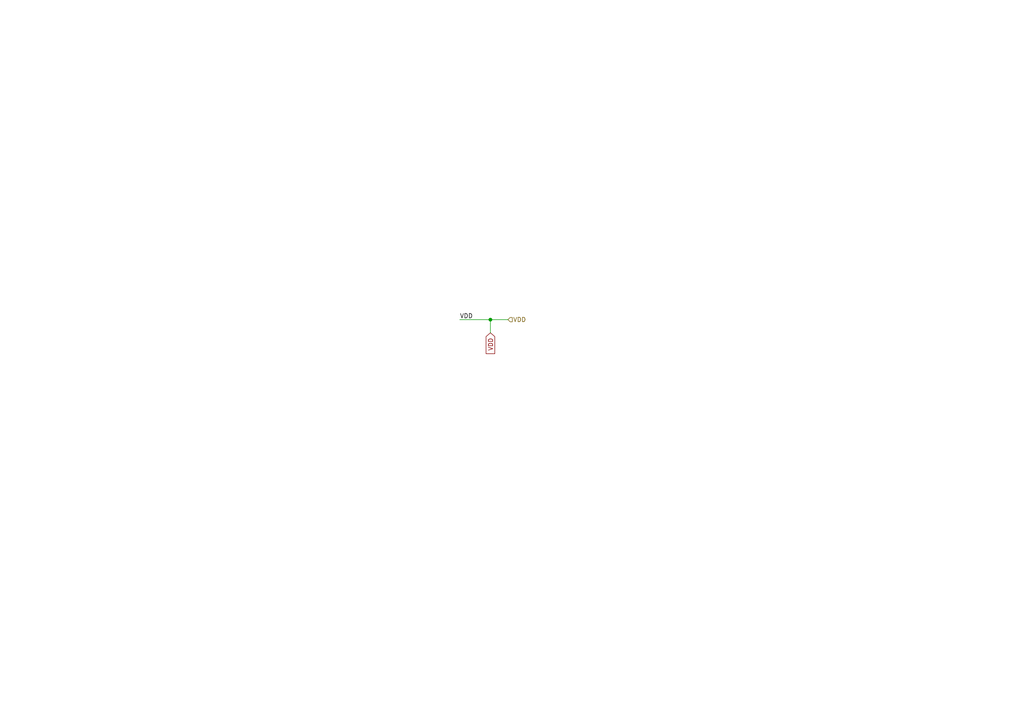
<source format=kicad_sch>
(kicad_sch (version 20211123) (generator eeschema)
  (paper "A4")
  (lib_symbols)
  (junction (at 142.24 92.71))
  (wire (pts (xy 142.24 92.71) (xy 147.32 92.71)))
  (wire (pts (xy 133.35 92.71) (xy 142.24 92.71)))
  (wire (pts (xy 142.24 96.52) (xy 142.24 92.71)))
  (label "VDD" (at 133.35 92.71 0))
  (global_label "VDD" (shape input) (at 142.24 96.52 270) (property "Intersheet References" "${INTERSHEET_REFS}" (effects hide)))
  (hierarchical_label "VDD" (shape input) (at 147.32 92.71 0))
)
</source>
